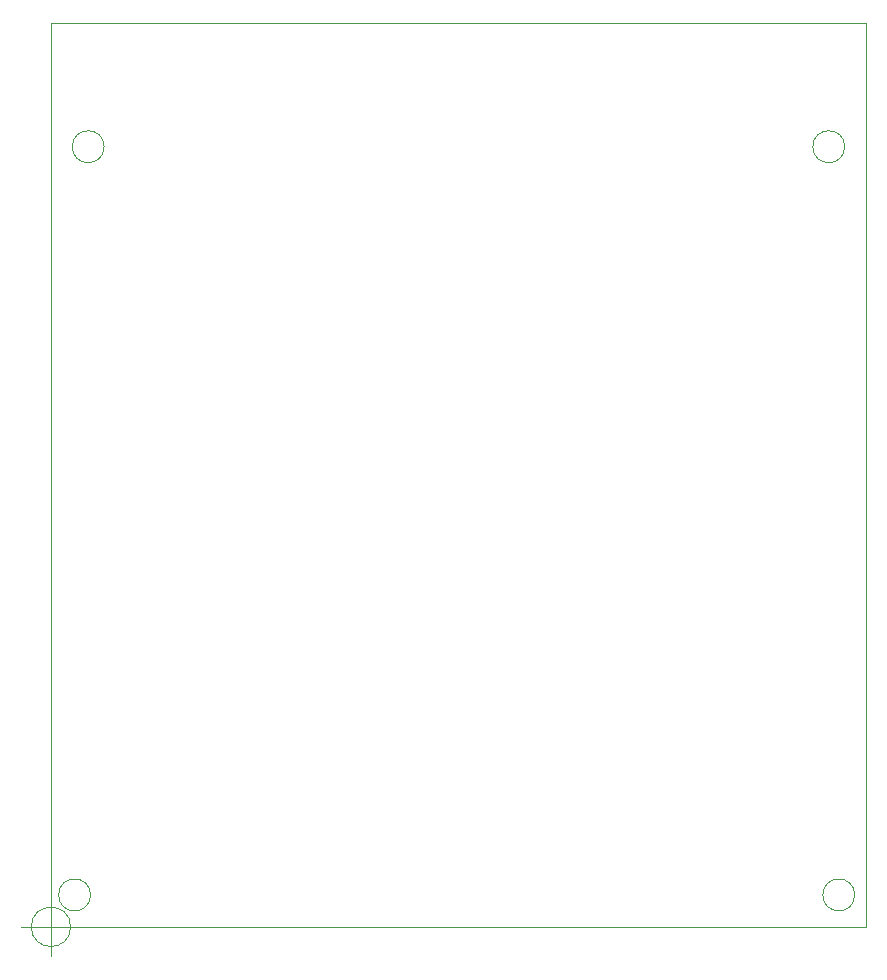
<source format=gbr>
G04 #@! TF.GenerationSoftware,KiCad,Pcbnew,(6.0.4-0)*
G04 #@! TF.CreationDate,2022-11-09T17:11:16+01:00*
G04 #@! TF.ProjectId,adapter_hybrid_assistor_hpc_2HDMI,61646170-7465-4725-9f68-79627269645f,rev?*
G04 #@! TF.SameCoordinates,Original*
G04 #@! TF.FileFunction,Other,ECO2*
%FSLAX46Y46*%
G04 Gerber Fmt 4.6, Leading zero omitted, Abs format (unit mm)*
G04 Created by KiCad (PCBNEW (6.0.4-0)) date 2022-11-09 17:11:16*
%MOMM*%
%LPD*%
G01*
G04 APERTURE LIST*
G04 #@! TA.AperFunction,Profile*
%ADD10C,0.100000*%
G04 #@! TD*
G04 #@! TA.AperFunction,Profile*
%ADD11C,0.050000*%
G04 #@! TD*
G04 APERTURE END LIST*
D10*
X100000000Y-100000000D02*
X100000000Y-176500000D01*
X100000000Y-176500000D02*
X169000000Y-176500000D01*
X169000000Y-100000000D02*
X169000000Y-176500000D01*
X100000000Y-100000000D02*
X169000000Y-100000000D01*
D11*
X168050000Y-173800000D02*
G75*
G03*
X168050000Y-173800000I-1350000J0D01*
G01*
X103350000Y-173800000D02*
G75*
G03*
X103350000Y-173800000I-1350000J0D01*
G01*
X104500000Y-110450000D02*
G75*
G03*
X104500000Y-110450000I-1350000J0D01*
G01*
X167200000Y-110450000D02*
G75*
G03*
X167200000Y-110450000I-1350000J0D01*
G01*
X101666666Y-176500000D02*
G75*
G03*
X101666666Y-176500000I-1666666J0D01*
G01*
X97500000Y-176500000D02*
X102500000Y-176500000D01*
X100000000Y-174000000D02*
X100000000Y-179000000D01*
X101666666Y-176500000D02*
G75*
G03*
X101666666Y-176500000I-1666666J0D01*
G01*
X97500000Y-176500000D02*
X102500000Y-176500000D01*
X100000000Y-174000000D02*
X100000000Y-179000000D01*
X101666666Y-176500000D02*
G75*
G03*
X101666666Y-176500000I-1666666J0D01*
G01*
X97500000Y-176500000D02*
X102500000Y-176500000D01*
X100000000Y-174000000D02*
X100000000Y-179000000D01*
M02*

</source>
